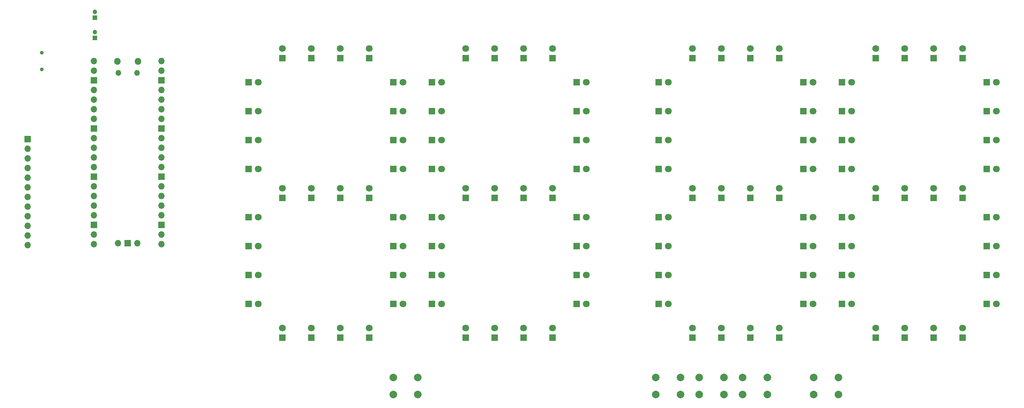
<source format=gbr>
%TF.GenerationSoftware,KiCad,Pcbnew,(6.0.9-0)*%
%TF.CreationDate,2023-10-19T19:17:49-04:00*%
%TF.ProjectId,clock,636c6f63-6b2e-46b6-9963-61645f706362,rev?*%
%TF.SameCoordinates,Original*%
%TF.FileFunction,Soldermask,Bot*%
%TF.FilePolarity,Negative*%
%FSLAX46Y46*%
G04 Gerber Fmt 4.6, Leading zero omitted, Abs format (unit mm)*
G04 Created by KiCad (PCBNEW (6.0.9-0)) date 2023-10-19 19:17:49*
%MOMM*%
%LPD*%
G01*
G04 APERTURE LIST*
%ADD10C,2.000000*%
%ADD11R,1.800000X1.800000*%
%ADD12C,1.800000*%
%ADD13R,1.700000X1.700000*%
%ADD14O,1.700000X1.700000*%
%ADD15C,1.200000*%
%ADD16R,1.200000X1.200000*%
%ADD17O,1.500000X1.500000*%
%ADD18O,1.800000X1.800000*%
%ADD19C,1.000000*%
G04 APERTURE END LIST*
D10*
%TO.C,SW1*%
X187198000Y-111324000D03*
X180698000Y-111324000D03*
X180698000Y-115824000D03*
X187198000Y-115824000D03*
%TD*%
%TO.C,SW5*%
X222250000Y-115824000D03*
X228750000Y-115824000D03*
X222250000Y-111324000D03*
X228750000Y-111324000D03*
%TD*%
D11*
%TO.C,D104*%
X121718000Y-33564000D03*
D12*
X124258000Y-33564000D03*
%TD*%
D11*
%TO.C,D72*%
X159818000Y-56424000D03*
D12*
X162358000Y-56424000D03*
%TD*%
D11*
%TO.C,D1*%
X190298000Y-27214000D03*
D12*
X190298000Y-24674000D03*
%TD*%
D11*
%TO.C,D91*%
X229668000Y-76744000D03*
D12*
X232208000Y-76744000D03*
%TD*%
D11*
%TO.C,D43*%
X181408000Y-41184000D03*
D12*
X183948000Y-41184000D03*
%TD*%
D11*
%TO.C,D36*%
X181408000Y-69124000D03*
D12*
X183948000Y-69124000D03*
%TD*%
D11*
%TO.C,D5*%
X219508000Y-33564000D03*
D12*
X222048000Y-33564000D03*
%TD*%
D11*
%TO.C,D48*%
X73458000Y-33564000D03*
D12*
X75998000Y-33564000D03*
%TD*%
D13*
%TO.C,J1*%
X15310000Y-48478000D03*
D14*
X15310000Y-51018000D03*
X15310000Y-53558000D03*
X15310000Y-56098000D03*
X15310000Y-58638000D03*
X15310000Y-61178000D03*
X15310000Y-63718000D03*
X15310000Y-66258000D03*
X15310000Y-68798000D03*
X15310000Y-71338000D03*
X15310000Y-73878000D03*
X15310000Y-76418000D03*
%TD*%
D11*
%TO.C,D22*%
X111558000Y-76744000D03*
D12*
X114098000Y-76744000D03*
%TD*%
D10*
%TO.C,SW4*%
X111558000Y-115824000D03*
X118058000Y-115824000D03*
X118058000Y-111324000D03*
X111558000Y-111324000D03*
%TD*%
D11*
%TO.C,D27*%
X197918000Y-100874000D03*
D12*
X197918000Y-98334000D03*
%TD*%
D11*
%TO.C,D53*%
X82348000Y-64044000D03*
D12*
X82348000Y-61504000D03*
%TD*%
D11*
%TO.C,D81*%
X261418000Y-100874000D03*
D12*
X261418000Y-98334000D03*
%TD*%
D11*
%TO.C,D52*%
X213158000Y-64044000D03*
D12*
X213158000Y-61504000D03*
%TD*%
D11*
%TO.C,D10*%
X89968000Y-27214000D03*
D12*
X89968000Y-24674000D03*
%TD*%
D11*
%TO.C,D21*%
X111558000Y-69124000D03*
D12*
X114098000Y-69124000D03*
%TD*%
D11*
%TO.C,D63*%
X145848000Y-27214000D03*
D12*
X145848000Y-24674000D03*
%TD*%
D11*
%TO.C,D59*%
X253798000Y-27214000D03*
D12*
X253798000Y-24674000D03*
%TD*%
D11*
%TO.C,D103*%
X121718000Y-41184000D03*
D12*
X124258000Y-41184000D03*
%TD*%
D11*
%TO.C,D51*%
X205538000Y-64044000D03*
D12*
X205538000Y-61504000D03*
%TD*%
D11*
%TO.C,D61*%
X130608000Y-27214000D03*
D12*
X130608000Y-24674000D03*
%TD*%
D11*
%TO.C,D45*%
X73458000Y-56424000D03*
D12*
X75998000Y-56424000D03*
%TD*%
D11*
%TO.C,D29*%
X105208000Y-100874000D03*
D12*
X105208000Y-98334000D03*
%TD*%
D11*
%TO.C,D90*%
X229668000Y-84364000D03*
D12*
X232208000Y-84364000D03*
%TD*%
D11*
%TO.C,D96*%
X121718000Y-69124000D03*
D12*
X124258000Y-69124000D03*
%TD*%
D11*
%TO.C,D40*%
X73458000Y-69124000D03*
D12*
X75998000Y-69124000D03*
%TD*%
D11*
%TO.C,D83*%
X246178000Y-100874000D03*
D12*
X246178000Y-98334000D03*
%TD*%
D11*
%TO.C,D19*%
X219508000Y-84364000D03*
D12*
X222048000Y-84364000D03*
%TD*%
D11*
%TO.C,D74*%
X267768000Y-76744000D03*
D12*
X270308000Y-76744000D03*
%TD*%
D11*
%TO.C,D26*%
X205538000Y-100874000D03*
D12*
X205538000Y-98334000D03*
%TD*%
D11*
%TO.C,D67*%
X267768000Y-48804000D03*
D12*
X270308000Y-48804000D03*
%TD*%
D11*
%TO.C,D70*%
X159818000Y-41184000D03*
D12*
X162358000Y-41184000D03*
%TD*%
D11*
%TO.C,D39*%
X73458000Y-76744000D03*
D12*
X75998000Y-76744000D03*
%TD*%
D11*
%TO.C,D56*%
X105208000Y-64044000D03*
D12*
X105208000Y-61504000D03*
%TD*%
D11*
%TO.C,D68*%
X267768000Y-56424000D03*
D12*
X270308000Y-56424000D03*
%TD*%
D11*
%TO.C,D64*%
X153468000Y-27214000D03*
D12*
X153468000Y-24674000D03*
%TD*%
D11*
%TO.C,D109*%
X130608000Y-64044000D03*
D12*
X130608000Y-61504000D03*
%TD*%
D11*
%TO.C,D69*%
X159818000Y-33564000D03*
D12*
X162358000Y-33564000D03*
%TD*%
D11*
%TO.C,D73*%
X267768000Y-69124000D03*
D12*
X270308000Y-69124000D03*
%TD*%
D11*
%TO.C,D89*%
X229668000Y-91984000D03*
D12*
X232208000Y-91984000D03*
%TD*%
D15*
%TO.C,C2*%
X33020000Y-20320000D03*
D16*
X33020000Y-21820000D03*
%TD*%
D11*
%TO.C,D9*%
X82348000Y-27214000D03*
D12*
X82348000Y-24674000D03*
%TD*%
D10*
%TO.C,SW2*%
X198628000Y-115824000D03*
X192128000Y-115824000D03*
X192128000Y-111324000D03*
X198628000Y-111324000D03*
%TD*%
D11*
%TO.C,D4*%
X213158000Y-27214000D03*
D12*
X213158000Y-24674000D03*
%TD*%
D11*
%TO.C,D88*%
X130608000Y-100874000D03*
D12*
X130608000Y-98334000D03*
%TD*%
D11*
%TO.C,D28*%
X190298000Y-100874000D03*
D12*
X190298000Y-98334000D03*
%TD*%
D11*
%TO.C,D57*%
X238558000Y-27214000D03*
D12*
X238558000Y-24674000D03*
%TD*%
D17*
%TO.C,U1*%
X44081000Y-31100000D03*
D18*
X38931000Y-28070000D03*
D17*
X39231000Y-31100000D03*
D18*
X44381000Y-28070000D03*
D14*
X32766000Y-27940000D03*
X32766000Y-30480000D03*
D13*
X32766000Y-33020000D03*
D14*
X32766000Y-35560000D03*
X32766000Y-38100000D03*
X32766000Y-40640000D03*
X32766000Y-43180000D03*
D13*
X32766000Y-45720000D03*
D14*
X32766000Y-48260000D03*
X32766000Y-50800000D03*
X32766000Y-53340000D03*
X32766000Y-55880000D03*
D13*
X32766000Y-58420000D03*
D14*
X32766000Y-60960000D03*
X32766000Y-63500000D03*
X32766000Y-66040000D03*
X32766000Y-68580000D03*
D13*
X32766000Y-71120000D03*
D14*
X32766000Y-73660000D03*
X32766000Y-76200000D03*
X50546000Y-76200000D03*
X50546000Y-73660000D03*
D13*
X50546000Y-71120000D03*
D14*
X50546000Y-68580000D03*
X50546000Y-66040000D03*
X50546000Y-63500000D03*
X50546000Y-60960000D03*
D13*
X50546000Y-58420000D03*
D14*
X50546000Y-55880000D03*
X50546000Y-53340000D03*
X50546000Y-50800000D03*
X50546000Y-48260000D03*
D13*
X50546000Y-45720000D03*
D14*
X50546000Y-43180000D03*
X50546000Y-40640000D03*
X50546000Y-38100000D03*
X50546000Y-35560000D03*
D13*
X50546000Y-33020000D03*
D14*
X50546000Y-30480000D03*
X50546000Y-27940000D03*
X39116000Y-75970000D03*
D13*
X41656000Y-75970000D03*
D14*
X44196000Y-75970000D03*
%TD*%
D11*
%TO.C,D65*%
X267768000Y-33564000D03*
D12*
X270308000Y-33564000D03*
%TD*%
D11*
%TO.C,D24*%
X111558000Y-91984000D03*
D12*
X114098000Y-91984000D03*
%TD*%
D11*
%TO.C,D20*%
X219508000Y-91984000D03*
D12*
X222048000Y-91984000D03*
%TD*%
D11*
%TO.C,D37*%
X73458000Y-91984000D03*
D12*
X75998000Y-91984000D03*
%TD*%
D11*
%TO.C,D54*%
X89968000Y-64044000D03*
D12*
X89968000Y-61504000D03*
%TD*%
D11*
%TO.C,D80*%
X159818000Y-91984000D03*
D12*
X162358000Y-91984000D03*
%TD*%
D11*
%TO.C,D47*%
X73458000Y-41184000D03*
D12*
X75998000Y-41184000D03*
%TD*%
D11*
%TO.C,D34*%
X181408000Y-84364000D03*
D12*
X183948000Y-84364000D03*
%TD*%
D11*
%TO.C,D102*%
X121718000Y-48804000D03*
D12*
X124258000Y-48804000D03*
%TD*%
D11*
%TO.C,D35*%
X181408000Y-76744000D03*
D12*
X183948000Y-76744000D03*
%TD*%
D11*
%TO.C,D112*%
X153468000Y-64044000D03*
D12*
X153468000Y-61504000D03*
%TD*%
D11*
%TO.C,D71*%
X159818000Y-48804000D03*
D12*
X162358000Y-48804000D03*
%TD*%
D11*
%TO.C,D49*%
X190298000Y-64044000D03*
D12*
X190298000Y-61504000D03*
%TD*%
D11*
%TO.C,D17*%
X219508000Y-69124000D03*
D12*
X222048000Y-69124000D03*
%TD*%
D11*
%TO.C,D106*%
X246178000Y-64044000D03*
D12*
X246178000Y-61504000D03*
%TD*%
D11*
%TO.C,D32*%
X82348000Y-100874000D03*
D12*
X82348000Y-98334000D03*
%TD*%
D11*
%TO.C,D100*%
X229668000Y-33564000D03*
D12*
X232208000Y-33564000D03*
%TD*%
D19*
%TO.C,J2*%
X19050000Y-30140000D03*
X19050000Y-25740000D03*
%TD*%
D11*
%TO.C,D55*%
X97588000Y-64044000D03*
D12*
X97588000Y-61504000D03*
%TD*%
D11*
%TO.C,D44*%
X181408000Y-33564000D03*
D12*
X183948000Y-33564000D03*
%TD*%
D11*
%TO.C,D15*%
X111558000Y-48804000D03*
D12*
X114098000Y-48804000D03*
%TD*%
D11*
%TO.C,D99*%
X229668000Y-41184000D03*
D12*
X232208000Y-41184000D03*
%TD*%
D11*
%TO.C,D108*%
X261418000Y-64044000D03*
D12*
X261418000Y-61504000D03*
%TD*%
D11*
%TO.C,D66*%
X267768000Y-41184000D03*
D12*
X270308000Y-41184000D03*
%TD*%
D11*
%TO.C,D58*%
X246178000Y-27214000D03*
D12*
X246178000Y-24674000D03*
%TD*%
D11*
%TO.C,D110*%
X138228000Y-64044000D03*
D12*
X138228000Y-61504000D03*
%TD*%
D11*
%TO.C,D23*%
X111558000Y-84364000D03*
D12*
X114098000Y-84364000D03*
%TD*%
D11*
%TO.C,D33*%
X181408000Y-91984000D03*
D12*
X183948000Y-91984000D03*
%TD*%
D11*
%TO.C,D92*%
X229668000Y-69124000D03*
D12*
X232208000Y-69124000D03*
%TD*%
D11*
%TO.C,D7*%
X219508000Y-48804000D03*
D12*
X222048000Y-48804000D03*
%TD*%
D11*
%TO.C,D82*%
X253798000Y-100874000D03*
D12*
X253798000Y-98334000D03*
%TD*%
D11*
%TO.C,D79*%
X159818000Y-84364000D03*
D12*
X162358000Y-84364000D03*
%TD*%
D11*
%TO.C,D30*%
X97588000Y-100874000D03*
D12*
X97588000Y-98334000D03*
%TD*%
D11*
%TO.C,D95*%
X121718000Y-76744000D03*
D12*
X124258000Y-76744000D03*
%TD*%
D11*
%TO.C,D16*%
X111558000Y-56424000D03*
D12*
X114098000Y-56424000D03*
%TD*%
D11*
%TO.C,D13*%
X111558000Y-33564000D03*
D12*
X114098000Y-33564000D03*
%TD*%
D11*
%TO.C,D60*%
X261418000Y-27214000D03*
D12*
X261418000Y-24674000D03*
%TD*%
D11*
%TO.C,D2*%
X197918000Y-27214000D03*
D12*
X197918000Y-24674000D03*
%TD*%
D11*
%TO.C,D11*%
X97588000Y-27214000D03*
D12*
X97588000Y-24674000D03*
%TD*%
D15*
%TO.C,C1*%
X33020000Y-15010000D03*
D16*
X33020000Y-16510000D03*
%TD*%
D11*
%TO.C,D101*%
X121718000Y-56424000D03*
D12*
X124258000Y-56424000D03*
%TD*%
D10*
%TO.C,SW3*%
X203558000Y-115824000D03*
X210058000Y-115824000D03*
X210058000Y-111324000D03*
X203558000Y-111324000D03*
%TD*%
D11*
%TO.C,D50*%
X197918000Y-64044000D03*
D12*
X197918000Y-61504000D03*
%TD*%
D11*
%TO.C,D86*%
X145848000Y-100874000D03*
D12*
X145848000Y-98334000D03*
%TD*%
D11*
%TO.C,D3*%
X205538000Y-27214000D03*
D12*
X205538000Y-24674000D03*
%TD*%
D11*
%TO.C,D76*%
X267768000Y-91984000D03*
D12*
X270308000Y-91984000D03*
%TD*%
D11*
%TO.C,D14*%
X111558000Y-41184000D03*
D12*
X114098000Y-41184000D03*
%TD*%
D11*
%TO.C,D78*%
X159818000Y-76744000D03*
D12*
X162358000Y-76744000D03*
%TD*%
D11*
%TO.C,D42*%
X181408000Y-48804000D03*
D12*
X183948000Y-48804000D03*
%TD*%
D11*
%TO.C,D97*%
X229668000Y-56424000D03*
D12*
X232208000Y-56424000D03*
%TD*%
D11*
%TO.C,D98*%
X229668000Y-48804000D03*
D12*
X232208000Y-48804000D03*
%TD*%
D11*
%TO.C,D94*%
X121718000Y-84364000D03*
D12*
X124258000Y-84364000D03*
%TD*%
D11*
%TO.C,D38*%
X73458000Y-84364000D03*
D12*
X75998000Y-84364000D03*
%TD*%
D11*
%TO.C,D85*%
X153468000Y-100874000D03*
D12*
X153468000Y-98334000D03*
%TD*%
D11*
%TO.C,D77*%
X159818000Y-69124000D03*
D12*
X162358000Y-69124000D03*
%TD*%
D11*
%TO.C,D8*%
X219508000Y-56424000D03*
D12*
X222048000Y-56424000D03*
%TD*%
D11*
%TO.C,D93*%
X121718000Y-91984000D03*
D12*
X124258000Y-91984000D03*
%TD*%
D11*
%TO.C,D41*%
X181408000Y-56424000D03*
D12*
X183948000Y-56424000D03*
%TD*%
D11*
%TO.C,D12*%
X105208000Y-27214000D03*
D12*
X105208000Y-24674000D03*
%TD*%
D11*
%TO.C,D25*%
X213158000Y-100874000D03*
D12*
X213158000Y-98334000D03*
%TD*%
D11*
%TO.C,D105*%
X238558000Y-64044000D03*
D12*
X238558000Y-61504000D03*
%TD*%
D11*
%TO.C,D31*%
X89968000Y-100874000D03*
D12*
X89968000Y-98334000D03*
%TD*%
D11*
%TO.C,D18*%
X219508000Y-76744000D03*
D12*
X222048000Y-76744000D03*
%TD*%
D11*
%TO.C,D107*%
X253798000Y-64044000D03*
D12*
X253798000Y-61504000D03*
%TD*%
D11*
%TO.C,D75*%
X267768000Y-84364000D03*
D12*
X270308000Y-84364000D03*
%TD*%
D11*
%TO.C,D87*%
X138228000Y-100874000D03*
D12*
X138228000Y-98334000D03*
%TD*%
D11*
%TO.C,D84*%
X238558000Y-100874000D03*
D12*
X238558000Y-98334000D03*
%TD*%
D11*
%TO.C,D46*%
X73458000Y-48804000D03*
D12*
X75998000Y-48804000D03*
%TD*%
D11*
%TO.C,D111*%
X145848000Y-64044000D03*
D12*
X145848000Y-61504000D03*
%TD*%
D11*
%TO.C,D6*%
X219508000Y-41184000D03*
D12*
X222048000Y-41184000D03*
%TD*%
D11*
%TO.C,D62*%
X138228000Y-27214000D03*
D12*
X138228000Y-24674000D03*
%TD*%
M02*

</source>
